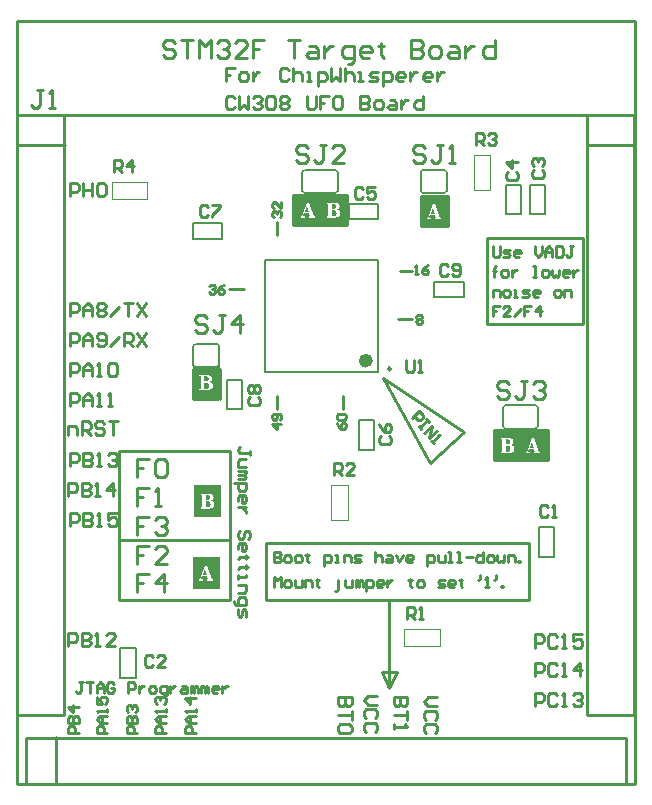
<source format=gto>
G04 Layer_Color=65535*
%FSLAX25Y25*%
%MOIN*%
G70*
G01*
G75*
%ADD17C,0.01000*%
%ADD27C,0.00787*%
%ADD28C,0.02362*%
%ADD29C,0.00984*%
%ADD30C,0.00394*%
G36*
X334000Y238500D02*
X325000D01*
Y249300D01*
X334000D01*
Y238500D01*
D02*
G37*
G36*
X376500Y296000D02*
X359000D01*
Y306800D01*
X376500D01*
Y296000D01*
D02*
G37*
G36*
X443000Y217500D02*
X425500D01*
Y228300D01*
X443000D01*
Y217500D01*
D02*
G37*
G36*
X334500Y199000D02*
X325500D01*
Y209800D01*
X334500D01*
Y199000D01*
D02*
G37*
G36*
X410000Y295500D02*
X401000D01*
Y306300D01*
X410000D01*
Y295500D01*
D02*
G37*
G36*
X334000Y175000D02*
X325000D01*
Y185800D01*
X334000D01*
Y175000D01*
D02*
G37*
%LPC*%
G36*
X329925Y246379D02*
X327224D01*
Y245976D01*
X327794D01*
Y241821D01*
X327224D01*
Y241421D01*
X329703D01*
X329900Y241425D01*
X330081Y241436D01*
X330247Y241454D01*
X330403Y241476D01*
X330543Y241502D01*
X330673Y241532D01*
X330788Y241562D01*
X330891Y241595D01*
X330984Y241628D01*
X331061Y241658D01*
X331128Y241687D01*
X331180Y241713D01*
X331224Y241736D01*
X331254Y241754D01*
X331269Y241765D01*
X331276Y241769D01*
X331365Y241839D01*
X331442Y241917D01*
X331509Y241998D01*
X331565Y242083D01*
X331613Y242176D01*
X331653Y242265D01*
X331687Y242353D01*
X331713Y242442D01*
X331735Y242524D01*
X331750Y242601D01*
X331761Y242672D01*
X331768Y242731D01*
X331772Y242783D01*
X331775Y242820D01*
Y242834D01*
Y242846D01*
Y242849D01*
Y242853D01*
X331772Y242953D01*
X331761Y243049D01*
X331742Y243138D01*
X331720Y243219D01*
X331694Y243297D01*
X331661Y243371D01*
X331631Y243434D01*
X331598Y243497D01*
X331561Y243548D01*
X331531Y243593D01*
X331502Y243634D01*
X331472Y243667D01*
X331450Y243693D01*
X331431Y243711D01*
X331420Y243722D01*
X331417Y243726D01*
X331346Y243785D01*
X331269Y243837D01*
X331187Y243885D01*
X331106Y243926D01*
X331021Y243967D01*
X330932Y243996D01*
X330851Y244026D01*
X330769Y244048D01*
X330691Y244070D01*
X330617Y244085D01*
X330555Y244100D01*
X330499Y244111D01*
X330451Y244118D01*
X330418Y244122D01*
X330395Y244126D01*
X330388D01*
X330488Y244141D01*
X330584Y244159D01*
X330673Y244181D01*
X330754Y244203D01*
X330828Y244229D01*
X330895Y244259D01*
X330958Y244285D01*
X331013Y244314D01*
X331065Y244340D01*
X331106Y244366D01*
X331143Y244388D01*
X331172Y244411D01*
X331195Y244425D01*
X331209Y244440D01*
X331221Y244448D01*
X331224Y244451D01*
X331272Y244503D01*
X331317Y244555D01*
X331354Y244614D01*
X331387Y244670D01*
X331413Y244729D01*
X331435Y244788D01*
X331457Y244844D01*
X331472Y244899D01*
X331483Y244951D01*
X331491Y244999D01*
X331498Y245043D01*
X331502Y245080D01*
X331505Y245110D01*
Y245136D01*
Y245151D01*
Y245154D01*
X331502Y245265D01*
X331487Y245369D01*
X331468Y245469D01*
X331442Y245558D01*
X331409Y245639D01*
X331376Y245713D01*
X331339Y245783D01*
X331302Y245843D01*
X331261Y245898D01*
X331224Y245942D01*
X331191Y245983D01*
X331158Y246016D01*
X331132Y246039D01*
X331113Y246057D01*
X331098Y246068D01*
X331095Y246072D01*
X331013Y246127D01*
X330925Y246172D01*
X330832Y246216D01*
X330732Y246250D01*
X330632Y246279D01*
X330529Y246305D01*
X330429Y246323D01*
X330329Y246342D01*
X330236Y246353D01*
X330151Y246364D01*
X330073Y246368D01*
X330003Y246375D01*
X329948D01*
X329925Y246379D01*
D02*
G37*
%LPD*%
G36*
X329437Y245972D02*
X329526Y245968D01*
X329607Y245957D01*
X329681Y245946D01*
X329752Y245931D01*
X329815Y245913D01*
X329870Y245894D01*
X329922Y245880D01*
X329966Y245861D01*
X330003Y245843D01*
X330036Y245824D01*
X330062Y245809D01*
X330081Y245798D01*
X330096Y245787D01*
X330103Y245783D01*
X330107Y245780D01*
X330151Y245743D01*
X330188Y245698D01*
X330222Y245650D01*
X330247Y245602D01*
X330273Y245550D01*
X330292Y245498D01*
X330321Y245395D01*
X330332Y245347D01*
X330340Y245302D01*
X330344Y245262D01*
X330347Y245225D01*
X330351Y245195D01*
Y245173D01*
Y245158D01*
Y245154D01*
X330347Y245077D01*
X330340Y245003D01*
X330329Y244936D01*
X330314Y244873D01*
X330292Y244818D01*
X330273Y244766D01*
X330251Y244718D01*
X330229Y244677D01*
X330203Y244640D01*
X330181Y244607D01*
X330162Y244581D01*
X330144Y244559D01*
X330125Y244540D01*
X330114Y244529D01*
X330107Y244522D01*
X330103Y244518D01*
X330055Y244481D01*
X329999Y244451D01*
X329940Y244422D01*
X329881Y244399D01*
X329752Y244362D01*
X329629Y244337D01*
X329570Y244329D01*
X329519Y244322D01*
X329467Y244318D01*
X329426Y244314D01*
X329389Y244311D01*
X328949D01*
Y245976D01*
X329341D01*
X329437Y245972D01*
D02*
G37*
G36*
X329482Y243907D02*
X329574Y243900D01*
X329663Y243885D01*
X329748Y243870D01*
X329822Y243852D01*
X329892Y243830D01*
X329951Y243804D01*
X330011Y243782D01*
X330059Y243756D01*
X330099Y243730D01*
X330136Y243708D01*
X330166Y243689D01*
X330188Y243674D01*
X330207Y243659D01*
X330214Y243652D01*
X330218Y243648D01*
X330266Y243597D01*
X330310Y243537D01*
X330347Y243478D01*
X330377Y243412D01*
X330406Y243349D01*
X330429Y243282D01*
X330447Y243215D01*
X330462Y243153D01*
X330473Y243093D01*
X330481Y243034D01*
X330488Y242986D01*
X330492Y242942D01*
X330495Y242905D01*
Y242875D01*
Y242860D01*
Y242853D01*
X330492Y242757D01*
X330484Y242668D01*
X330469Y242586D01*
X330451Y242509D01*
X330432Y242439D01*
X330406Y242376D01*
X330384Y242316D01*
X330358Y242265D01*
X330332Y242220D01*
X330307Y242179D01*
X330281Y242146D01*
X330262Y242120D01*
X330244Y242098D01*
X330229Y242083D01*
X330222Y242076D01*
X330218Y242072D01*
X330162Y242028D01*
X330103Y241991D01*
X330040Y241957D01*
X329970Y241928D01*
X329903Y241902D01*
X329833Y241883D01*
X329696Y241854D01*
X329629Y241843D01*
X329570Y241835D01*
X329519Y241828D01*
X329470Y241824D01*
X329433Y241821D01*
X328949D01*
Y243911D01*
X329378D01*
X329482Y243907D01*
D02*
G37*
%LPC*%
G36*
X363826Y303879D02*
X363111D01*
X361432Y299321D01*
X361073D01*
Y298921D01*
X362394D01*
Y299321D01*
X361861D01*
X362238Y300334D01*
X363911D01*
X364281Y299321D01*
X363848D01*
Y298921D01*
X365935D01*
Y299321D01*
X365509D01*
X363826Y303879D01*
D02*
G37*
G36*
X372426D02*
X369724D01*
Y303476D01*
X370294D01*
Y299321D01*
X369724D01*
Y298921D01*
X372203D01*
X372400Y298925D01*
X372581Y298936D01*
X372747Y298954D01*
X372903Y298976D01*
X373043Y299002D01*
X373173Y299032D01*
X373288Y299062D01*
X373391Y299095D01*
X373484Y299128D01*
X373561Y299158D01*
X373628Y299187D01*
X373680Y299213D01*
X373724Y299236D01*
X373754Y299254D01*
X373769Y299265D01*
X373776Y299269D01*
X373865Y299339D01*
X373942Y299417D01*
X374009Y299498D01*
X374065Y299583D01*
X374113Y299676D01*
X374153Y299765D01*
X374187Y299853D01*
X374213Y299942D01*
X374235Y300024D01*
X374250Y300101D01*
X374261Y300172D01*
X374268Y300231D01*
X374272Y300283D01*
X374275Y300320D01*
Y300334D01*
Y300345D01*
Y300349D01*
Y300353D01*
X374272Y300453D01*
X374261Y300549D01*
X374242Y300638D01*
X374220Y300719D01*
X374194Y300797D01*
X374161Y300871D01*
X374131Y300934D01*
X374098Y300997D01*
X374061Y301048D01*
X374031Y301093D01*
X374002Y301134D01*
X373972Y301167D01*
X373950Y301193D01*
X373931Y301211D01*
X373920Y301222D01*
X373917Y301226D01*
X373846Y301285D01*
X373769Y301337D01*
X373687Y301385D01*
X373606Y301426D01*
X373521Y301467D01*
X373432Y301496D01*
X373351Y301526D01*
X373269Y301548D01*
X373191Y301570D01*
X373117Y301585D01*
X373055Y301600D01*
X372999Y301611D01*
X372951Y301618D01*
X372918Y301622D01*
X372895Y301626D01*
X372888D01*
X372988Y301641D01*
X373084Y301659D01*
X373173Y301681D01*
X373254Y301703D01*
X373328Y301729D01*
X373395Y301759D01*
X373458Y301785D01*
X373513Y301814D01*
X373565Y301840D01*
X373606Y301866D01*
X373643Y301888D01*
X373672Y301911D01*
X373695Y301925D01*
X373709Y301940D01*
X373721Y301948D01*
X373724Y301951D01*
X373772Y302003D01*
X373817Y302055D01*
X373854Y302114D01*
X373887Y302170D01*
X373913Y302229D01*
X373935Y302288D01*
X373957Y302344D01*
X373972Y302399D01*
X373983Y302451D01*
X373991Y302499D01*
X373998Y302543D01*
X374002Y302580D01*
X374005Y302610D01*
Y302636D01*
Y302651D01*
Y302654D01*
X374002Y302765D01*
X373987Y302869D01*
X373968Y302969D01*
X373942Y303058D01*
X373909Y303139D01*
X373876Y303213D01*
X373839Y303283D01*
X373802Y303343D01*
X373761Y303398D01*
X373724Y303442D01*
X373691Y303483D01*
X373658Y303516D01*
X373632Y303539D01*
X373613Y303557D01*
X373598Y303568D01*
X373595Y303572D01*
X373513Y303627D01*
X373425Y303672D01*
X373332Y303716D01*
X373232Y303749D01*
X373132Y303779D01*
X373029Y303805D01*
X372929Y303823D01*
X372829Y303842D01*
X372736Y303853D01*
X372651Y303864D01*
X372573Y303868D01*
X372503Y303875D01*
X372448D01*
X372426Y303879D01*
D02*
G37*
%LPD*%
G36*
X363766Y300738D02*
X362383D01*
X363078Y302632D01*
X363766Y300738D01*
D02*
G37*
G36*
X371982Y301407D02*
X372074Y301400D01*
X372163Y301385D01*
X372248Y301370D01*
X372322Y301352D01*
X372392Y301330D01*
X372451Y301304D01*
X372511Y301282D01*
X372559Y301256D01*
X372599Y301230D01*
X372636Y301208D01*
X372666Y301189D01*
X372688Y301174D01*
X372707Y301160D01*
X372714Y301152D01*
X372718Y301148D01*
X372766Y301097D01*
X372810Y301037D01*
X372847Y300978D01*
X372877Y300912D01*
X372906Y300849D01*
X372929Y300782D01*
X372947Y300715D01*
X372962Y300653D01*
X372973Y300593D01*
X372980Y300534D01*
X372988Y300486D01*
X372992Y300442D01*
X372995Y300405D01*
Y300375D01*
Y300360D01*
Y300353D01*
X372992Y300257D01*
X372984Y300168D01*
X372969Y300086D01*
X372951Y300009D01*
X372932Y299939D01*
X372906Y299876D01*
X372884Y299816D01*
X372858Y299765D01*
X372832Y299720D01*
X372807Y299679D01*
X372781Y299646D01*
X372762Y299620D01*
X372744Y299598D01*
X372729Y299583D01*
X372722Y299576D01*
X372718Y299572D01*
X372662Y299528D01*
X372603Y299491D01*
X372540Y299458D01*
X372470Y299428D01*
X372403Y299402D01*
X372333Y299383D01*
X372196Y299354D01*
X372130Y299343D01*
X372070Y299335D01*
X372019Y299328D01*
X371970Y299324D01*
X371933Y299321D01*
X371449D01*
Y301411D01*
X371878D01*
X371982Y301407D01*
D02*
G37*
G36*
X371937Y303472D02*
X372026Y303468D01*
X372107Y303457D01*
X372181Y303446D01*
X372252Y303431D01*
X372315Y303413D01*
X372370Y303394D01*
X372422Y303380D01*
X372466Y303361D01*
X372503Y303343D01*
X372536Y303324D01*
X372562Y303309D01*
X372581Y303298D01*
X372596Y303287D01*
X372603Y303283D01*
X372607Y303280D01*
X372651Y303243D01*
X372688Y303198D01*
X372722Y303150D01*
X372747Y303102D01*
X372773Y303050D01*
X372792Y302998D01*
X372821Y302895D01*
X372832Y302847D01*
X372840Y302802D01*
X372844Y302762D01*
X372847Y302725D01*
X372851Y302695D01*
Y302673D01*
Y302658D01*
Y302654D01*
X372847Y302577D01*
X372840Y302503D01*
X372829Y302436D01*
X372814Y302373D01*
X372792Y302318D01*
X372773Y302266D01*
X372751Y302218D01*
X372729Y302177D01*
X372703Y302140D01*
X372681Y302107D01*
X372662Y302081D01*
X372644Y302059D01*
X372625Y302040D01*
X372614Y302029D01*
X372607Y302022D01*
X372603Y302018D01*
X372555Y301981D01*
X372499Y301951D01*
X372440Y301922D01*
X372381Y301900D01*
X372252Y301863D01*
X372130Y301837D01*
X372070Y301829D01*
X372019Y301822D01*
X371967Y301818D01*
X371926Y301814D01*
X371889Y301811D01*
X371449D01*
Y303476D01*
X371841D01*
X371937Y303472D01*
D02*
G37*
%LPC*%
G36*
X438826Y225379D02*
X438111D01*
X436432Y220821D01*
X436073D01*
Y220421D01*
X437394D01*
Y220821D01*
X436861D01*
X437238Y221834D01*
X438911D01*
X439281Y220821D01*
X438848D01*
Y220421D01*
X440935D01*
Y220821D01*
X440509D01*
X438826Y225379D01*
D02*
G37*
G36*
X430426D02*
X427725D01*
Y224976D01*
X428294D01*
Y220821D01*
X427725D01*
Y220421D01*
X430203D01*
X430400Y220425D01*
X430581Y220436D01*
X430747Y220454D01*
X430903Y220477D01*
X431043Y220502D01*
X431173Y220532D01*
X431288Y220562D01*
X431391Y220595D01*
X431484Y220628D01*
X431561Y220658D01*
X431628Y220687D01*
X431680Y220713D01*
X431724Y220736D01*
X431754Y220754D01*
X431769Y220765D01*
X431776Y220769D01*
X431865Y220839D01*
X431943Y220917D01*
X432009Y220998D01*
X432065Y221083D01*
X432113Y221176D01*
X432153Y221265D01*
X432187Y221353D01*
X432213Y221442D01*
X432235Y221524D01*
X432250Y221601D01*
X432261Y221672D01*
X432268Y221731D01*
X432272Y221783D01*
X432275Y221820D01*
Y221834D01*
Y221846D01*
Y221849D01*
Y221853D01*
X432272Y221953D01*
X432261Y222049D01*
X432242Y222138D01*
X432220Y222219D01*
X432194Y222297D01*
X432161Y222371D01*
X432131Y222434D01*
X432098Y222497D01*
X432061Y222549D01*
X432031Y222593D01*
X432002Y222634D01*
X431972Y222667D01*
X431950Y222693D01*
X431931Y222711D01*
X431920Y222722D01*
X431917Y222726D01*
X431846Y222785D01*
X431769Y222837D01*
X431687Y222885D01*
X431606Y222926D01*
X431521Y222967D01*
X431432Y222996D01*
X431351Y223026D01*
X431269Y223048D01*
X431191Y223070D01*
X431117Y223085D01*
X431054Y223100D01*
X430999Y223111D01*
X430951Y223118D01*
X430918Y223122D01*
X430895Y223126D01*
X430888D01*
X430988Y223141D01*
X431084Y223159D01*
X431173Y223181D01*
X431254Y223203D01*
X431328Y223229D01*
X431395Y223259D01*
X431458Y223285D01*
X431513Y223314D01*
X431565Y223340D01*
X431606Y223366D01*
X431643Y223388D01*
X431672Y223411D01*
X431695Y223425D01*
X431709Y223440D01*
X431720Y223448D01*
X431724Y223451D01*
X431772Y223503D01*
X431817Y223555D01*
X431854Y223614D01*
X431887Y223670D01*
X431913Y223729D01*
X431935Y223788D01*
X431957Y223844D01*
X431972Y223899D01*
X431983Y223951D01*
X431991Y223999D01*
X431998Y224043D01*
X432002Y224080D01*
X432005Y224110D01*
Y224136D01*
Y224151D01*
Y224154D01*
X432002Y224265D01*
X431987Y224369D01*
X431968Y224469D01*
X431943Y224558D01*
X431909Y224639D01*
X431876Y224713D01*
X431839Y224783D01*
X431802Y224843D01*
X431761Y224898D01*
X431724Y224942D01*
X431691Y224983D01*
X431658Y225016D01*
X431632Y225039D01*
X431613Y225057D01*
X431598Y225068D01*
X431595Y225072D01*
X431513Y225127D01*
X431425Y225172D01*
X431332Y225216D01*
X431232Y225250D01*
X431132Y225279D01*
X431029Y225305D01*
X430929Y225324D01*
X430829Y225342D01*
X430736Y225353D01*
X430651Y225364D01*
X430574Y225368D01*
X430503Y225375D01*
X430448D01*
X430426Y225379D01*
D02*
G37*
%LPD*%
G36*
X438766Y222238D02*
X437383D01*
X438078Y224132D01*
X438766Y222238D01*
D02*
G37*
G36*
X429982Y222907D02*
X430074Y222900D01*
X430163Y222885D01*
X430248Y222870D01*
X430322Y222852D01*
X430392Y222830D01*
X430451Y222804D01*
X430511Y222782D01*
X430559Y222756D01*
X430599Y222730D01*
X430636Y222708D01*
X430666Y222689D01*
X430688Y222674D01*
X430707Y222659D01*
X430714Y222652D01*
X430718Y222648D01*
X430766Y222597D01*
X430810Y222537D01*
X430847Y222478D01*
X430877Y222412D01*
X430906Y222349D01*
X430929Y222282D01*
X430947Y222216D01*
X430962Y222153D01*
X430973Y222093D01*
X430980Y222034D01*
X430988Y221986D01*
X430992Y221942D01*
X430995Y221905D01*
Y221875D01*
Y221860D01*
Y221853D01*
X430992Y221757D01*
X430984Y221668D01*
X430969Y221586D01*
X430951Y221509D01*
X430932Y221439D01*
X430906Y221376D01*
X430884Y221316D01*
X430858Y221265D01*
X430832Y221220D01*
X430807Y221180D01*
X430781Y221146D01*
X430762Y221120D01*
X430744Y221098D01*
X430729Y221083D01*
X430722Y221076D01*
X430718Y221072D01*
X430662Y221028D01*
X430603Y220991D01*
X430540Y220957D01*
X430470Y220928D01*
X430403Y220902D01*
X430333Y220883D01*
X430196Y220854D01*
X430129Y220843D01*
X430070Y220835D01*
X430019Y220828D01*
X429970Y220824D01*
X429933Y220821D01*
X429449D01*
Y222911D01*
X429878D01*
X429982Y222907D01*
D02*
G37*
G36*
X429937Y224972D02*
X430026Y224968D01*
X430107Y224957D01*
X430181Y224946D01*
X430252Y224931D01*
X430314Y224913D01*
X430370Y224894D01*
X430422Y224880D01*
X430466Y224861D01*
X430503Y224843D01*
X430537Y224824D01*
X430562Y224809D01*
X430581Y224798D01*
X430596Y224787D01*
X430603Y224783D01*
X430607Y224780D01*
X430651Y224743D01*
X430688Y224698D01*
X430722Y224650D01*
X430747Y224602D01*
X430773Y224550D01*
X430792Y224498D01*
X430821Y224395D01*
X430832Y224347D01*
X430840Y224302D01*
X430844Y224262D01*
X430847Y224225D01*
X430851Y224195D01*
Y224173D01*
Y224158D01*
Y224154D01*
X430847Y224077D01*
X430840Y224003D01*
X430829Y223936D01*
X430814Y223873D01*
X430792Y223818D01*
X430773Y223766D01*
X430751Y223718D01*
X430729Y223677D01*
X430703Y223640D01*
X430681Y223607D01*
X430662Y223581D01*
X430644Y223559D01*
X430625Y223540D01*
X430614Y223529D01*
X430607Y223522D01*
X430603Y223518D01*
X430555Y223481D01*
X430500Y223451D01*
X430440Y223422D01*
X430381Y223399D01*
X430252Y223362D01*
X430129Y223337D01*
X430070Y223329D01*
X430019Y223322D01*
X429967Y223318D01*
X429926Y223314D01*
X429889Y223311D01*
X429449D01*
Y224976D01*
X429841D01*
X429937Y224972D01*
D02*
G37*
%LPC*%
G36*
X330426Y206879D02*
X327725D01*
Y206476D01*
X328294D01*
Y202321D01*
X327725D01*
Y201921D01*
X330204D01*
X330400Y201925D01*
X330581Y201936D01*
X330747Y201954D01*
X330903Y201976D01*
X331043Y202002D01*
X331173Y202032D01*
X331288Y202062D01*
X331391Y202095D01*
X331484Y202128D01*
X331561Y202158D01*
X331628Y202187D01*
X331680Y202213D01*
X331724Y202236D01*
X331754Y202254D01*
X331769Y202265D01*
X331776Y202269D01*
X331865Y202339D01*
X331943Y202417D01*
X332009Y202498D01*
X332065Y202583D01*
X332113Y202676D01*
X332153Y202765D01*
X332187Y202853D01*
X332213Y202942D01*
X332235Y203024D01*
X332250Y203101D01*
X332261Y203172D01*
X332268Y203231D01*
X332272Y203283D01*
X332276Y203320D01*
Y203334D01*
Y203345D01*
Y203349D01*
Y203353D01*
X332272Y203453D01*
X332261Y203549D01*
X332242Y203638D01*
X332220Y203719D01*
X332194Y203797D01*
X332161Y203871D01*
X332131Y203934D01*
X332098Y203997D01*
X332061Y204048D01*
X332031Y204093D01*
X332002Y204134D01*
X331972Y204167D01*
X331950Y204193D01*
X331931Y204211D01*
X331920Y204222D01*
X331917Y204226D01*
X331846Y204285D01*
X331769Y204337D01*
X331687Y204385D01*
X331606Y204426D01*
X331521Y204467D01*
X331432Y204496D01*
X331350Y204526D01*
X331269Y204548D01*
X331191Y204570D01*
X331117Y204585D01*
X331054Y204600D01*
X330999Y204611D01*
X330951Y204618D01*
X330918Y204622D01*
X330895Y204626D01*
X330888D01*
X330988Y204641D01*
X331084Y204659D01*
X331173Y204681D01*
X331254Y204703D01*
X331328Y204729D01*
X331395Y204759D01*
X331458Y204785D01*
X331513Y204814D01*
X331565Y204840D01*
X331606Y204866D01*
X331643Y204888D01*
X331672Y204911D01*
X331695Y204925D01*
X331709Y204940D01*
X331720Y204948D01*
X331724Y204951D01*
X331772Y205003D01*
X331817Y205055D01*
X331854Y205114D01*
X331887Y205170D01*
X331913Y205229D01*
X331935Y205288D01*
X331957Y205344D01*
X331972Y205399D01*
X331983Y205451D01*
X331991Y205499D01*
X331998Y205543D01*
X332002Y205580D01*
X332005Y205610D01*
Y205636D01*
Y205651D01*
Y205654D01*
X332002Y205765D01*
X331987Y205869D01*
X331968Y205969D01*
X331943Y206058D01*
X331909Y206139D01*
X331876Y206213D01*
X331839Y206283D01*
X331802Y206343D01*
X331761Y206398D01*
X331724Y206442D01*
X331691Y206483D01*
X331658Y206516D01*
X331632Y206539D01*
X331613Y206557D01*
X331598Y206568D01*
X331595Y206572D01*
X331513Y206627D01*
X331424Y206672D01*
X331332Y206716D01*
X331232Y206750D01*
X331132Y206779D01*
X331029Y206805D01*
X330929Y206823D01*
X330829Y206842D01*
X330736Y206853D01*
X330651Y206864D01*
X330574Y206868D01*
X330503Y206875D01*
X330448D01*
X330426Y206879D01*
D02*
G37*
%LPD*%
G36*
X329937Y206472D02*
X330026Y206468D01*
X330107Y206457D01*
X330181Y206446D01*
X330252Y206431D01*
X330314Y206413D01*
X330370Y206394D01*
X330422Y206380D01*
X330466Y206361D01*
X330503Y206343D01*
X330537Y206324D01*
X330562Y206309D01*
X330581Y206298D01*
X330596Y206287D01*
X330603Y206283D01*
X330607Y206280D01*
X330651Y206243D01*
X330688Y206198D01*
X330721Y206150D01*
X330747Y206102D01*
X330773Y206050D01*
X330792Y205998D01*
X330821Y205895D01*
X330833Y205847D01*
X330840Y205802D01*
X330844Y205762D01*
X330847Y205725D01*
X330851Y205695D01*
Y205673D01*
Y205658D01*
Y205654D01*
X330847Y205577D01*
X330840Y205503D01*
X330829Y205436D01*
X330814Y205373D01*
X330792Y205318D01*
X330773Y205266D01*
X330751Y205218D01*
X330729Y205177D01*
X330703Y205140D01*
X330681Y205107D01*
X330662Y205081D01*
X330644Y205059D01*
X330625Y205040D01*
X330614Y205029D01*
X330607Y205022D01*
X330603Y205018D01*
X330555Y204981D01*
X330500Y204951D01*
X330440Y204922D01*
X330381Y204900D01*
X330252Y204862D01*
X330130Y204837D01*
X330070Y204829D01*
X330018Y204822D01*
X329967Y204818D01*
X329926Y204814D01*
X329889Y204811D01*
X329449D01*
Y206476D01*
X329841D01*
X329937Y206472D01*
D02*
G37*
G36*
X329981Y204407D02*
X330074Y204400D01*
X330163Y204385D01*
X330248Y204370D01*
X330322Y204352D01*
X330392Y204330D01*
X330451Y204304D01*
X330511Y204282D01*
X330559Y204256D01*
X330599Y204230D01*
X330636Y204208D01*
X330666Y204189D01*
X330688Y204174D01*
X330707Y204159D01*
X330714Y204152D01*
X330718Y204148D01*
X330766Y204097D01*
X330810Y204037D01*
X330847Y203978D01*
X330877Y203912D01*
X330907Y203849D01*
X330929Y203782D01*
X330947Y203715D01*
X330962Y203653D01*
X330973Y203593D01*
X330980Y203534D01*
X330988Y203486D01*
X330992Y203442D01*
X330995Y203405D01*
Y203375D01*
Y203360D01*
Y203353D01*
X330992Y203257D01*
X330984Y203168D01*
X330969Y203086D01*
X330951Y203009D01*
X330932Y202939D01*
X330907Y202876D01*
X330884Y202816D01*
X330858Y202765D01*
X330833Y202720D01*
X330807Y202679D01*
X330781Y202646D01*
X330762Y202620D01*
X330744Y202598D01*
X330729Y202583D01*
X330721Y202576D01*
X330718Y202572D01*
X330662Y202528D01*
X330603Y202491D01*
X330540Y202457D01*
X330470Y202428D01*
X330403Y202402D01*
X330333Y202383D01*
X330196Y202354D01*
X330130Y202343D01*
X330070Y202335D01*
X330018Y202328D01*
X329970Y202324D01*
X329933Y202321D01*
X329449D01*
Y204411D01*
X329878D01*
X329981Y204407D01*
D02*
G37*
%LPC*%
G36*
X405826Y303379D02*
X405112D01*
X403432Y298821D01*
X403073D01*
Y298421D01*
X404394D01*
Y298821D01*
X403861D01*
X404238Y299834D01*
X405911D01*
X406281Y298821D01*
X405848D01*
Y298421D01*
X407935D01*
Y298821D01*
X407509D01*
X405826Y303379D01*
D02*
G37*
%LPD*%
G36*
X405766Y300238D02*
X404383D01*
X405078Y302132D01*
X405766Y300238D01*
D02*
G37*
%LPC*%
G36*
X329826Y182879D02*
X329112D01*
X327432Y178321D01*
X327073D01*
Y177921D01*
X328394D01*
Y178321D01*
X327861D01*
X328238Y179334D01*
X329911D01*
X330281Y178321D01*
X329848D01*
Y177921D01*
X331935D01*
Y178321D01*
X331509D01*
X329826Y182879D01*
D02*
G37*
%LPD*%
G36*
X329766Y179738D02*
X328383D01*
X329078Y181632D01*
X329766Y179738D01*
D02*
G37*
D17*
X375000Y235000D02*
Y239500D01*
X393500Y265000D02*
X398000D01*
X337000Y275000D02*
X342000D01*
X353000Y235000D02*
Y239500D01*
Y293000D02*
Y297500D01*
X394000Y281000D02*
X398000D01*
X388500Y245500D02*
X404000Y217000D01*
X415500Y227500D01*
X388500Y245500D02*
X415500Y227500D01*
X390500Y142000D02*
X393000Y147500D01*
X388000D02*
X390500Y142000D01*
X388000Y147500D02*
X393000D01*
X390500Y142000D02*
Y171000D01*
X390000D02*
X390500D01*
X349500Y171500D02*
Y190500D01*
Y171500D02*
X437000D01*
Y190500D01*
X349500D02*
X437000D01*
X423000Y263500D02*
Y292000D01*
Y263500D02*
X455000D01*
Y292000D01*
X423000D02*
X455000D01*
X282000Y333000D02*
X456626D01*
X300500Y191500D02*
X337500D01*
X300500Y171500D02*
Y221000D01*
Y171500D02*
X337500D01*
Y221000D01*
X300500D02*
X337500D01*
X325000Y238500D02*
Y248500D01*
X334000Y238500D02*
Y248500D01*
X325000D02*
X334000D01*
X325000Y238500D02*
X333500D01*
X401000Y296000D02*
X409500D01*
X401000Y306000D02*
X410000D01*
Y296000D02*
Y306000D01*
X401000Y296000D02*
Y306000D01*
X358500Y306500D02*
X376500D01*
Y296500D02*
Y306500D01*
X358500Y296500D02*
X376500D01*
X358500D02*
Y306500D01*
X367500Y296500D02*
Y306500D01*
X434500Y218000D02*
Y228000D01*
X425500Y218000D02*
Y228000D01*
Y218000D02*
X443500D01*
Y228000D01*
X425500D02*
X443500D01*
X472000Y133000D02*
Y333000D01*
X266626Y323000D02*
X282374D01*
X266626Y333000D02*
X282000D01*
Y133000D02*
Y333000D01*
X266626Y133000D02*
X282000D01*
X266626D02*
Y333000D01*
X279500Y110126D02*
Y125874D01*
X269500Y110126D02*
Y125500D01*
X469500D01*
Y110126D02*
Y125500D01*
X269500Y110126D02*
X469500D01*
X456626Y323000D02*
X472374D01*
X456626Y333000D02*
X472000D01*
X456626Y133000D02*
X472000D01*
X456626D02*
Y333000D01*
X310499Y218389D02*
X306500D01*
Y215390D01*
X308499D01*
X306500D01*
Y212391D01*
X312498Y217389D02*
X313498Y218389D01*
X315497D01*
X316497Y217389D01*
Y213390D01*
X315497Y212391D01*
X313498D01*
X312498Y213390D01*
Y217389D01*
X310499Y208791D02*
X306500D01*
Y205792D01*
X308499D01*
X306500D01*
Y202793D01*
X312498D02*
X314497D01*
X313498D01*
Y208791D01*
X312498Y207791D01*
X310499Y199193D02*
X306500D01*
Y196194D01*
X308499D01*
X306500D01*
Y193195D01*
X312498Y198194D02*
X313498Y199193D01*
X315497D01*
X316497Y198194D01*
Y197194D01*
X315497Y196194D01*
X314497D01*
X315497D01*
X316497Y195195D01*
Y194195D01*
X315497Y193195D01*
X313498D01*
X312498Y194195D01*
X310499Y189596D02*
X306500D01*
Y186597D01*
X308499D01*
X306500D01*
Y183598D01*
X316497D02*
X312498D01*
X316497Y187596D01*
Y188596D01*
X315497Y189596D01*
X313498D01*
X312498Y188596D01*
X310499Y179998D02*
X306500D01*
Y176999D01*
X308499D01*
X306500D01*
Y174000D01*
X315497D02*
Y179998D01*
X312498Y176999D01*
X316497D01*
X338999Y348796D02*
X336000D01*
Y346547D01*
X337499D01*
X336000D01*
Y344298D01*
X341248D02*
X342748D01*
X343498Y345047D01*
Y346547D01*
X342748Y347297D01*
X341248D01*
X340498Y346547D01*
Y345047D01*
X341248Y344298D01*
X344997Y347297D02*
Y344298D01*
Y345797D01*
X345747Y346547D01*
X346497Y347297D01*
X347246D01*
X356993Y348047D02*
X356243Y348796D01*
X354744D01*
X353994Y348047D01*
Y345047D01*
X354744Y344298D01*
X356243D01*
X356993Y345047D01*
X358493Y348796D02*
Y344298D01*
Y346547D01*
X359243Y347297D01*
X360742D01*
X361492Y346547D01*
Y344298D01*
X362991D02*
X364491D01*
X363741D01*
Y347297D01*
X362991D01*
X366740Y342798D02*
Y347297D01*
X368989D01*
X369739Y346547D01*
Y345047D01*
X368989Y344298D01*
X366740D01*
X371239Y348796D02*
Y344298D01*
X372738Y345797D01*
X374238Y344298D01*
Y348796D01*
X375737D02*
Y344298D01*
Y346547D01*
X376487Y347297D01*
X377987D01*
X378736Y346547D01*
Y344298D01*
X380236D02*
X381735D01*
X380985D01*
Y347297D01*
X380236D01*
X383984Y344298D02*
X386234D01*
X386984Y345047D01*
X386234Y345797D01*
X384734D01*
X383984Y346547D01*
X384734Y347297D01*
X386984D01*
X388483Y342798D02*
Y347297D01*
X390732D01*
X391482Y346547D01*
Y345047D01*
X390732Y344298D01*
X388483D01*
X395231D02*
X393731D01*
X392982Y345047D01*
Y346547D01*
X393731Y347297D01*
X395231D01*
X395981Y346547D01*
Y345797D01*
X392982D01*
X397480Y347297D02*
Y344298D01*
Y345797D01*
X398230Y346547D01*
X398980Y347297D01*
X399729D01*
X404228Y344298D02*
X402729D01*
X401979Y345047D01*
Y346547D01*
X402729Y347297D01*
X404228D01*
X404978Y346547D01*
Y345797D01*
X401979D01*
X406477Y347297D02*
Y344298D01*
Y345797D01*
X407227Y346547D01*
X407977Y347297D01*
X408727D01*
X338999Y338749D02*
X338249Y339498D01*
X336750D01*
X336000Y338749D01*
Y335750D01*
X336750Y335000D01*
X338249D01*
X338999Y335750D01*
X340498Y339498D02*
Y335000D01*
X341998Y336500D01*
X343498Y335000D01*
Y339498D01*
X344997Y338749D02*
X345747Y339498D01*
X347246D01*
X347996Y338749D01*
Y337999D01*
X347246Y337249D01*
X346497D01*
X347246D01*
X347996Y336500D01*
Y335750D01*
X347246Y335000D01*
X345747D01*
X344997Y335750D01*
X349496Y338749D02*
X350245Y339498D01*
X351745D01*
X352495Y338749D01*
Y335750D01*
X351745Y335000D01*
X350245D01*
X349496Y335750D01*
Y338749D01*
X353994D02*
X354744Y339498D01*
X356243D01*
X356993Y338749D01*
Y337999D01*
X356243Y337249D01*
X356993Y336500D01*
Y335750D01*
X356243Y335000D01*
X354744D01*
X353994Y335750D01*
Y336500D01*
X354744Y337249D01*
X353994Y337999D01*
Y338749D01*
X354744Y337249D02*
X356243D01*
X362991Y339498D02*
Y335750D01*
X363741Y335000D01*
X365241D01*
X365990Y335750D01*
Y339498D01*
X370489D02*
X367490D01*
Y337249D01*
X368989D01*
X367490D01*
Y335000D01*
X374238Y339498D02*
X372738D01*
X371988Y338749D01*
Y335750D01*
X372738Y335000D01*
X374238D01*
X374987Y335750D01*
Y338749D01*
X374238Y339498D01*
X380985D02*
Y335000D01*
X383235D01*
X383984Y335750D01*
Y336500D01*
X383235Y337249D01*
X380985D01*
X383235D01*
X383984Y337999D01*
Y338749D01*
X383235Y339498D01*
X380985D01*
X386234Y335000D02*
X387733D01*
X388483Y335750D01*
Y337249D01*
X387733Y337999D01*
X386234D01*
X385484Y337249D01*
Y335750D01*
X386234Y335000D01*
X390732Y337999D02*
X392232D01*
X392982Y337249D01*
Y335000D01*
X390732D01*
X389983Y335750D01*
X390732Y336500D01*
X392982D01*
X394481Y337999D02*
Y335000D01*
Y336500D01*
X395231Y337249D01*
X395981Y337999D01*
X396730D01*
X401979Y339498D02*
Y335000D01*
X399729D01*
X398980Y335750D01*
Y337249D01*
X399729Y337999D01*
X401979D01*
X425000Y289295D02*
Y286379D01*
X425583Y285796D01*
X426749D01*
X427333Y286379D01*
Y289295D01*
X428499Y285796D02*
X430248D01*
X430831Y286379D01*
X430248Y286962D01*
X429082D01*
X428499Y287545D01*
X429082Y288128D01*
X430831D01*
X433747Y285796D02*
X432581D01*
X431998Y286379D01*
Y287545D01*
X432581Y288128D01*
X433747D01*
X434330Y287545D01*
Y286962D01*
X431998D01*
X438996Y289295D02*
Y286962D01*
X440162Y285796D01*
X441328Y286962D01*
Y289295D01*
X442494Y285796D02*
Y288128D01*
X443661Y289295D01*
X444827Y288128D01*
Y285796D01*
Y287545D01*
X442494D01*
X445993Y289295D02*
Y285796D01*
X447743D01*
X448326Y286379D01*
Y288712D01*
X447743Y289295D01*
X445993D01*
X451825D02*
X450658D01*
X451241D01*
Y286379D01*
X450658Y285796D01*
X450075D01*
X449492Y286379D01*
X425583Y279197D02*
Y282113D01*
Y280947D01*
X425000D01*
X426166D01*
X425583D01*
Y282113D01*
X426166Y282696D01*
X428499Y279197D02*
X429665D01*
X430248Y279780D01*
Y280947D01*
X429665Y281530D01*
X428499D01*
X427916Y280947D01*
Y279780D01*
X428499Y279197D01*
X431415Y281530D02*
Y279197D01*
Y280364D01*
X431998Y280947D01*
X432581Y281530D01*
X433164D01*
X438412Y279197D02*
X439579D01*
X438996D01*
Y282696D01*
X438412D01*
X441911Y279197D02*
X443078D01*
X443661Y279780D01*
Y280947D01*
X443078Y281530D01*
X441911D01*
X441328Y280947D01*
Y279780D01*
X441911Y279197D01*
X444827Y281530D02*
Y279780D01*
X445410Y279197D01*
X445993Y279780D01*
X446576Y279197D01*
X447159Y279780D01*
Y281530D01*
X450075Y279197D02*
X448909D01*
X448326Y279780D01*
Y280947D01*
X448909Y281530D01*
X450075D01*
X450658Y280947D01*
Y280364D01*
X448326D01*
X451825Y281530D02*
Y279197D01*
Y280364D01*
X452408Y280947D01*
X452991Y281530D01*
X453574D01*
X425000Y272599D02*
Y274931D01*
X426749D01*
X427333Y274348D01*
Y272599D01*
X429082D02*
X430248D01*
X430831Y273182D01*
Y274348D01*
X430248Y274931D01*
X429082D01*
X428499Y274348D01*
Y273182D01*
X429082Y272599D01*
X431998D02*
X433164D01*
X432581D01*
Y274931D01*
X431998D01*
X434913Y272599D02*
X436663D01*
X437246Y273182D01*
X436663Y273765D01*
X435497D01*
X434913Y274348D01*
X435497Y274931D01*
X437246D01*
X440162Y272599D02*
X438996D01*
X438412Y273182D01*
Y274348D01*
X438996Y274931D01*
X440162D01*
X440745Y274348D01*
Y273765D01*
X438412D01*
X445993Y272599D02*
X447159D01*
X447743Y273182D01*
Y274348D01*
X447159Y274931D01*
X445993D01*
X445410Y274348D01*
Y273182D01*
X445993Y272599D01*
X448909D02*
Y274931D01*
X450658D01*
X451241Y274348D01*
Y272599D01*
X427333Y269499D02*
X425000D01*
Y267749D01*
X426166D01*
X425000D01*
Y266000D01*
X430831D02*
X428499D01*
X430831Y268333D01*
Y268916D01*
X430248Y269499D01*
X429082D01*
X428499Y268916D01*
X431998Y266000D02*
X434330Y268333D01*
X437829Y269499D02*
X435497D01*
Y267749D01*
X436663D01*
X435497D01*
Y266000D01*
X440745D02*
Y269499D01*
X438996Y267749D01*
X441328D01*
X352000Y187513D02*
Y184014D01*
X353749D01*
X354333Y184598D01*
Y185181D01*
X353749Y185764D01*
X352000D01*
X353749D01*
X354333Y186347D01*
Y186930D01*
X353749Y187513D01*
X352000D01*
X356082Y184014D02*
X357248D01*
X357831Y184598D01*
Y185764D01*
X357248Y186347D01*
X356082D01*
X355499Y185764D01*
Y184598D01*
X356082Y184014D01*
X359581D02*
X360747D01*
X361330Y184598D01*
Y185764D01*
X360747Y186347D01*
X359581D01*
X358998Y185764D01*
Y184598D01*
X359581Y184014D01*
X363080Y186930D02*
Y186347D01*
X362497D01*
X363663D01*
X363080D01*
Y184598D01*
X363663Y184014D01*
X368911Y182848D02*
Y186347D01*
X370661D01*
X371244Y185764D01*
Y184598D01*
X370661Y184014D01*
X368911D01*
X372410D02*
X373576D01*
X372993D01*
Y186347D01*
X372410D01*
X375326Y184014D02*
Y186347D01*
X377075D01*
X377658Y185764D01*
Y184014D01*
X378825D02*
X380574D01*
X381157Y184598D01*
X380574Y185181D01*
X379408D01*
X378825Y185764D01*
X379408Y186347D01*
X381157D01*
X385822Y187513D02*
Y184014D01*
Y185764D01*
X386405Y186347D01*
X387572D01*
X388155Y185764D01*
Y184014D01*
X389904Y186347D02*
X391071D01*
X391654Y185764D01*
Y184014D01*
X389904D01*
X389321Y184598D01*
X389904Y185181D01*
X391654D01*
X392820Y186347D02*
X393986Y184014D01*
X395153Y186347D01*
X398068Y184014D02*
X396902D01*
X396319Y184598D01*
Y185764D01*
X396902Y186347D01*
X398068D01*
X398652Y185764D01*
Y185181D01*
X396319D01*
X403317Y182848D02*
Y186347D01*
X405066D01*
X405649Y185764D01*
Y184598D01*
X405066Y184014D01*
X403317D01*
X406816Y186347D02*
Y184598D01*
X407399Y184014D01*
X409148D01*
Y186347D01*
X410315Y184014D02*
X411481D01*
X410898D01*
Y187513D01*
X410315D01*
X413230Y184014D02*
X414396D01*
X413813D01*
Y187513D01*
X413230D01*
X416146Y185764D02*
X418478D01*
X421977Y187513D02*
Y184014D01*
X420228D01*
X419645Y184598D01*
Y185764D01*
X420228Y186347D01*
X421977D01*
X423727Y184014D02*
X424893D01*
X425476Y184598D01*
Y185764D01*
X424893Y186347D01*
X423727D01*
X423144Y185764D01*
Y184598D01*
X423727Y184014D01*
X426643Y186347D02*
Y184598D01*
X427226Y184014D01*
X427809Y184598D01*
X428392Y184014D01*
X428975Y184598D01*
Y186347D01*
X430141Y184014D02*
Y186347D01*
X431891D01*
X432474Y185764D01*
Y184014D01*
X433640D02*
Y184598D01*
X434223D01*
Y184014D01*
X433640D01*
X352000Y175666D02*
Y179165D01*
X353166Y177999D01*
X354333Y179165D01*
Y175666D01*
X356082D02*
X357248D01*
X357831Y176249D01*
Y177416D01*
X357248Y177999D01*
X356082D01*
X355499Y177416D01*
Y176249D01*
X356082Y175666D01*
X358998Y177999D02*
Y176249D01*
X359581Y175666D01*
X361330D01*
Y177999D01*
X362497Y175666D02*
Y177999D01*
X364246D01*
X364829Y177416D01*
Y175666D01*
X366579Y178582D02*
Y177999D01*
X365996D01*
X367162D01*
X366579D01*
Y176249D01*
X367162Y175666D01*
X372410Y174500D02*
X372993D01*
X373576Y175083D01*
Y177999D01*
X375909D02*
Y176249D01*
X376492Y175666D01*
X378241D01*
Y177999D01*
X379408Y175666D02*
Y177999D01*
X379991D01*
X380574Y177416D01*
Y175666D01*
Y177416D01*
X381157Y177999D01*
X381740Y177416D01*
Y175666D01*
X382907Y174500D02*
Y177999D01*
X384656D01*
X385239Y177416D01*
Y176249D01*
X384656Y175666D01*
X382907D01*
X388155D02*
X386989D01*
X386405Y176249D01*
Y177416D01*
X386989Y177999D01*
X388155D01*
X388738Y177416D01*
Y176833D01*
X386405D01*
X389904Y177999D02*
Y175666D01*
Y176833D01*
X390488Y177416D01*
X391071Y177999D01*
X391654D01*
X397485Y178582D02*
Y177999D01*
X396902D01*
X398068D01*
X397485D01*
Y176249D01*
X398068Y175666D01*
X400401D02*
X401567D01*
X402150Y176249D01*
Y177416D01*
X401567Y177999D01*
X400401D01*
X399818Y177416D01*
Y176249D01*
X400401Y175666D01*
X406816D02*
X408565D01*
X409148Y176249D01*
X408565Y176833D01*
X407399D01*
X406816Y177416D01*
X407399Y177999D01*
X409148D01*
X412064Y175666D02*
X410898D01*
X410315Y176249D01*
Y177416D01*
X410898Y177999D01*
X412064D01*
X412647Y177416D01*
Y176833D01*
X410315D01*
X414396Y178582D02*
Y177999D01*
X413813D01*
X414980D01*
X414396D01*
Y176249D01*
X414980Y175666D01*
X420811Y179748D02*
Y178582D01*
X420228Y177999D01*
X422561Y175666D02*
X423727D01*
X423144D01*
Y179165D01*
X422561Y178582D01*
X426059Y179748D02*
Y178582D01*
X425476Y177999D01*
X427809Y175666D02*
Y176249D01*
X428392D01*
Y175666D01*
X427809D01*
X373001Y230499D02*
X373501Y229500D01*
X374500Y228500D01*
X375500D01*
X376000Y229000D01*
Y229999D01*
X375500Y230499D01*
X375000D01*
X374500Y229999D01*
Y228500D01*
X373501Y231499D02*
X373001Y231999D01*
Y232998D01*
X373501Y233498D01*
X375500D01*
X376000Y232998D01*
Y231999D01*
X375500Y231499D01*
X373501D01*
X399500Y265999D02*
X400000Y266499D01*
X400999D01*
X401499Y265999D01*
Y265499D01*
X400999Y265000D01*
X401499Y264500D01*
Y264000D01*
X400999Y263500D01*
X400000D01*
X399500Y264000D01*
Y264500D01*
X400000Y265000D01*
X399500Y265499D01*
Y265999D01*
X400000Y265000D02*
X400999D01*
X330500Y275999D02*
X331000Y276499D01*
X331999D01*
X332499Y275999D01*
Y275499D01*
X331999Y274999D01*
X331500D01*
X331999D01*
X332499Y274500D01*
Y274000D01*
X331999Y273500D01*
X331000D01*
X330500Y274000D01*
X335498Y276499D02*
X334499Y275999D01*
X333499Y274999D01*
Y274000D01*
X333999Y273500D01*
X334998D01*
X335498Y274000D01*
Y274500D01*
X334998Y274999D01*
X333499D01*
X354500Y229999D02*
X351501D01*
X353000Y228500D01*
Y230499D01*
X354000Y231499D02*
X354500Y231999D01*
Y232998D01*
X354000Y233498D01*
X352001D01*
X351501Y232998D01*
Y231999D01*
X352001Y231499D01*
X352501D01*
X353000Y231999D01*
Y233498D01*
X352001Y299000D02*
X351501Y299500D01*
Y300500D01*
X352001Y300999D01*
X352501D01*
X353000Y300500D01*
Y300000D01*
Y300500D01*
X353500Y300999D01*
X354000D01*
X354500Y300500D01*
Y299500D01*
X354000Y299000D01*
X354500Y303998D02*
Y301999D01*
X352501Y303998D01*
X352001D01*
X351501Y303499D01*
Y302499D01*
X352001Y301999D01*
X399000Y280000D02*
X400000D01*
X399500D01*
Y282999D01*
X399000Y282499D01*
X403499Y282999D02*
X402499Y282499D01*
X401499Y281500D01*
Y280500D01*
X401999Y280000D01*
X402999D01*
X403499Y280500D01*
Y281000D01*
X402999Y281500D01*
X401499D01*
X398000Y232000D02*
X400611Y234329D01*
X401776Y233023D01*
X401729Y232200D01*
X400858Y231424D01*
X400035Y231471D01*
X398870Y232776D01*
X402940Y231718D02*
X403716Y230847D01*
X403328Y231282D01*
X400717Y228954D01*
X400329Y229389D01*
X401105Y228518D01*
X402270Y227213D02*
X404881Y229542D01*
X403822Y225472D01*
X406433Y227801D01*
X404599Y224602D02*
X405375Y223731D01*
X404987Y224166D01*
X407598Y226495D01*
X406775Y226542D01*
X283500Y156000D02*
Y160499D01*
X285749D01*
X286499Y159749D01*
Y158249D01*
X285749Y157500D01*
X283500D01*
X287999Y160499D02*
Y156000D01*
X290248D01*
X290998Y156750D01*
Y157500D01*
X290248Y158249D01*
X287999D01*
X290248D01*
X290998Y158999D01*
Y159749D01*
X290248Y160499D01*
X287999D01*
X292497Y156000D02*
X293997D01*
X293247D01*
Y160499D01*
X292497Y159749D01*
X299245Y156000D02*
X296246D01*
X299245Y158999D01*
Y159749D01*
X298495Y160499D01*
X296996D01*
X296246Y159749D01*
X284000Y196000D02*
Y200499D01*
X286249D01*
X286999Y199749D01*
Y198249D01*
X286249Y197500D01*
X284000D01*
X288498Y200499D02*
Y196000D01*
X290748D01*
X291498Y196750D01*
Y197500D01*
X290748Y198249D01*
X288498D01*
X290748D01*
X291498Y198999D01*
Y199749D01*
X290748Y200499D01*
X288498D01*
X292997Y196000D02*
X294497D01*
X293747D01*
Y200499D01*
X292997Y199749D01*
X299745Y200499D02*
X296746D01*
Y198249D01*
X298245Y198999D01*
X298995D01*
X299745Y198249D01*
Y196750D01*
X298995Y196000D01*
X297496D01*
X296746Y196750D01*
X283500Y206000D02*
Y210498D01*
X285749D01*
X286499Y209749D01*
Y208249D01*
X285749Y207500D01*
X283500D01*
X287999Y210498D02*
Y206000D01*
X290248D01*
X290998Y206750D01*
Y207500D01*
X290248Y208249D01*
X287999D01*
X290248D01*
X290998Y208999D01*
Y209749D01*
X290248Y210498D01*
X287999D01*
X292497Y206000D02*
X293997D01*
X293247D01*
Y210498D01*
X292497Y209749D01*
X298495Y206000D02*
Y210498D01*
X296246Y208249D01*
X299245D01*
X284000Y216000D02*
Y220498D01*
X286249D01*
X286999Y219749D01*
Y218249D01*
X286249Y217499D01*
X284000D01*
X288498Y220498D02*
Y216000D01*
X290748D01*
X291498Y216750D01*
Y217499D01*
X290748Y218249D01*
X288498D01*
X290748D01*
X291498Y218999D01*
Y219749D01*
X290748Y220498D01*
X288498D01*
X292997Y216000D02*
X294497D01*
X293747D01*
Y220498D01*
X292997Y219749D01*
X296746D02*
X297496Y220498D01*
X298995D01*
X299745Y219749D01*
Y218999D01*
X298995Y218249D01*
X298245D01*
X298995D01*
X299745Y217499D01*
Y216750D01*
X298995Y216000D01*
X297496D01*
X296746Y216750D01*
X326000Y127000D02*
X322501D01*
Y128749D01*
X323084Y129333D01*
X324251D01*
X324834Y128749D01*
Y127000D01*
X326000Y130499D02*
X323667D01*
X322501Y131665D01*
X323667Y132831D01*
X326000D01*
X324251D01*
Y130499D01*
X326000Y133998D02*
Y135164D01*
Y134581D01*
X322501D01*
X323084Y133998D01*
X326000Y138663D02*
X322501D01*
X324251Y136914D01*
Y139246D01*
X316000Y127000D02*
X312501D01*
Y128749D01*
X313084Y129333D01*
X314251D01*
X314834Y128749D01*
Y127000D01*
X316000Y130499D02*
X313667D01*
X312501Y131665D01*
X313667Y132831D01*
X316000D01*
X314251D01*
Y130499D01*
X316000Y133998D02*
Y135164D01*
Y134581D01*
X312501D01*
X313084Y133998D01*
Y136914D02*
X312501Y137497D01*
Y138663D01*
X313084Y139246D01*
X313667D01*
X314251Y138663D01*
Y138080D01*
Y138663D01*
X314834Y139246D01*
X315417D01*
X316000Y138663D01*
Y137497D01*
X315417Y136914D01*
X306500Y127000D02*
X303001D01*
Y128749D01*
X303584Y129333D01*
X304751D01*
X305334Y128749D01*
Y127000D01*
X303001Y130499D02*
X306500D01*
Y132248D01*
X305917Y132831D01*
X305334D01*
X304751Y132248D01*
Y130499D01*
Y132248D01*
X304167Y132831D01*
X303584D01*
X303001Y132248D01*
Y130499D01*
X303584Y133998D02*
X303001Y134581D01*
Y135747D01*
X303584Y136330D01*
X304167D01*
X304751Y135747D01*
Y135164D01*
Y135747D01*
X305334Y136330D01*
X305917D01*
X306500Y135747D01*
Y134581D01*
X305917Y133998D01*
X296500Y127000D02*
X293001D01*
Y128749D01*
X293584Y129333D01*
X294751D01*
X295334Y128749D01*
Y127000D01*
X296500Y130499D02*
X294167D01*
X293001Y131665D01*
X294167Y132831D01*
X296500D01*
X294751D01*
Y130499D01*
X296500Y133998D02*
Y135164D01*
Y134581D01*
X293001D01*
X293584Y133998D01*
X293001Y139246D02*
Y136914D01*
X294751D01*
X294167Y138080D01*
Y138663D01*
X294751Y139246D01*
X295917D01*
X296500Y138663D01*
Y137497D01*
X295917Y136914D01*
X287000Y127000D02*
X283501D01*
Y128749D01*
X284084Y129333D01*
X285251D01*
X285834Y128749D01*
Y127000D01*
X283501Y130499D02*
X287000D01*
Y132248D01*
X286417Y132831D01*
X285834D01*
X285251Y132248D01*
Y130499D01*
Y132248D01*
X284667Y132831D01*
X284084D01*
X283501Y132248D01*
Y130499D01*
X287000Y135747D02*
X283501D01*
X285251Y133998D01*
Y136330D01*
X288333Y143999D02*
X287166D01*
X287749D01*
Y141083D01*
X287166Y140500D01*
X286583D01*
X286000Y141083D01*
X289499Y143999D02*
X291831D01*
X290665D01*
Y140500D01*
X292998D02*
Y142833D01*
X294164Y143999D01*
X295330Y142833D01*
Y140500D01*
Y142249D01*
X292998D01*
X298829Y143416D02*
X298246Y143999D01*
X297080D01*
X296497Y143416D01*
Y141083D01*
X297080Y140500D01*
X298246D01*
X298829Y141083D01*
Y142249D01*
X297663D01*
X303494Y140500D02*
Y143999D01*
X305244D01*
X305827Y143416D01*
Y142249D01*
X305244Y141666D01*
X303494D01*
X306993Y142833D02*
Y140500D01*
Y141666D01*
X307576Y142249D01*
X308159Y142833D01*
X308743D01*
X311075Y140500D02*
X312242D01*
X312825Y141083D01*
Y142249D01*
X312242Y142833D01*
X311075D01*
X310492Y142249D01*
Y141083D01*
X311075Y140500D01*
X315157Y139334D02*
X315740D01*
X316323Y139917D01*
Y142833D01*
X314574D01*
X313991Y142249D01*
Y141083D01*
X314574Y140500D01*
X316323D01*
X317490Y142833D02*
Y140500D01*
Y141666D01*
X318073Y142249D01*
X318656Y142833D01*
X319239D01*
X321572D02*
X322738D01*
X323321Y142249D01*
Y140500D01*
X321572D01*
X320989Y141083D01*
X321572Y141666D01*
X323321D01*
X324488Y140500D02*
Y142833D01*
X325071D01*
X325654Y142249D01*
Y140500D01*
Y142249D01*
X326237Y142833D01*
X326820Y142249D01*
Y140500D01*
X327986D02*
Y142833D01*
X328570D01*
X329153Y142249D01*
Y140500D01*
Y142249D01*
X329736Y142833D01*
X330319Y142249D01*
Y140500D01*
X333235D02*
X332068D01*
X331485Y141083D01*
Y142249D01*
X332068Y142833D01*
X333235D01*
X333818Y142249D01*
Y141666D01*
X331485D01*
X334984Y142833D02*
Y140500D01*
Y141666D01*
X335567Y142249D01*
X336151Y142833D01*
X336734D01*
X284000Y306000D02*
Y310498D01*
X286249D01*
X286999Y309749D01*
Y308249D01*
X286249Y307500D01*
X284000D01*
X288498Y310498D02*
Y306000D01*
Y308249D01*
X291498D01*
Y310498D01*
Y306000D01*
X292997Y309749D02*
X293747Y310498D01*
X295246D01*
X295996Y309749D01*
Y306750D01*
X295246Y306000D01*
X293747D01*
X292997Y306750D01*
Y309749D01*
X406498Y139000D02*
X403500D01*
X402000Y137501D01*
X403500Y136001D01*
X406498D01*
X405749Y131502D02*
X406498Y132252D01*
Y133752D01*
X405749Y134501D01*
X402750D01*
X402000Y133752D01*
Y132252D01*
X402750Y131502D01*
X405749Y127004D02*
X406498Y127754D01*
Y129253D01*
X405749Y130003D01*
X402750D01*
X402000Y129253D01*
Y127754D01*
X402750Y127004D01*
X386498Y139500D02*
X383500D01*
X382000Y138001D01*
X383500Y136501D01*
X386498D01*
X385749Y132002D02*
X386498Y132752D01*
Y134252D01*
X385749Y135001D01*
X382750D01*
X382000Y134252D01*
Y132752D01*
X382750Y132002D01*
X385749Y127504D02*
X386498Y128254D01*
Y129753D01*
X385749Y130503D01*
X382750D01*
X382000Y129753D01*
Y128254D01*
X382750Y127504D01*
X377998Y139000D02*
X373500D01*
Y136751D01*
X374250Y136001D01*
X374999D01*
X375749Y136751D01*
Y139000D01*
Y136751D01*
X376499Y136001D01*
X377249D01*
X377998Y136751D01*
Y139000D01*
Y134501D02*
Y131502D01*
Y133002D01*
X373500D01*
X377249Y130003D02*
X377998Y129253D01*
Y127754D01*
X377249Y127004D01*
X374250D01*
X373500Y127754D01*
Y129253D01*
X374250Y130003D01*
X377249D01*
X396498Y139000D02*
X392000D01*
Y136751D01*
X392750Y136001D01*
X393499D01*
X394249Y136751D01*
Y139000D01*
Y136751D01*
X394999Y136001D01*
X395749D01*
X396498Y136751D01*
Y139000D01*
Y134501D02*
Y131502D01*
Y133002D01*
X392000D01*
Y130003D02*
Y128503D01*
Y129253D01*
X396498D01*
X395749Y130003D01*
X439000Y136000D02*
Y140499D01*
X441249D01*
X441999Y139749D01*
Y138249D01*
X441249Y137499D01*
X439000D01*
X446498Y139749D02*
X445748Y140499D01*
X444248D01*
X443499Y139749D01*
Y136750D01*
X444248Y136000D01*
X445748D01*
X446498Y136750D01*
X447997Y136000D02*
X449497D01*
X448747D01*
Y140499D01*
X447997Y139749D01*
X451746D02*
X452496Y140499D01*
X453995D01*
X454745Y139749D01*
Y138999D01*
X453995Y138249D01*
X453245D01*
X453995D01*
X454745Y137499D01*
Y136750D01*
X453995Y136000D01*
X452496D01*
X451746Y136750D01*
X439000Y146000D02*
Y150499D01*
X441249D01*
X441999Y149749D01*
Y148249D01*
X441249Y147500D01*
X439000D01*
X446498Y149749D02*
X445748Y150499D01*
X444248D01*
X443499Y149749D01*
Y146750D01*
X444248Y146000D01*
X445748D01*
X446498Y146750D01*
X447997Y146000D02*
X449497D01*
X448747D01*
Y150499D01*
X447997Y149749D01*
X453995Y146000D02*
Y150499D01*
X451746Y148249D01*
X454745D01*
X439000Y155500D02*
Y159999D01*
X441249D01*
X441999Y159249D01*
Y157749D01*
X441249Y157000D01*
X439000D01*
X446498Y159249D02*
X445748Y159999D01*
X444248D01*
X443499Y159249D01*
Y156250D01*
X444248Y155500D01*
X445748D01*
X446498Y156250D01*
X447997Y155500D02*
X449497D01*
X448747D01*
Y159999D01*
X447997Y159249D01*
X454745Y159999D02*
X451746D01*
Y157749D01*
X453245Y158499D01*
X453995D01*
X454745Y157749D01*
Y156250D01*
X453995Y155500D01*
X452496D01*
X451746Y156250D01*
X283500Y226500D02*
Y229499D01*
X285749D01*
X286499Y228749D01*
Y226500D01*
X287999D02*
Y230998D01*
X290248D01*
X290998Y230249D01*
Y228749D01*
X290248Y227999D01*
X287999D01*
X289498D02*
X290998Y226500D01*
X295496Y230249D02*
X294746Y230998D01*
X293247D01*
X292497Y230249D01*
Y229499D01*
X293247Y228749D01*
X294746D01*
X295496Y227999D01*
Y227250D01*
X294746Y226500D01*
X293247D01*
X292497Y227250D01*
X296996Y230998D02*
X299995D01*
X298495D01*
Y226500D01*
X284000Y236000D02*
Y240498D01*
X286249D01*
X286999Y239749D01*
Y238249D01*
X286249Y237499D01*
X284000D01*
X288498Y236000D02*
Y238999D01*
X289998Y240498D01*
X291498Y238999D01*
Y236000D01*
Y238249D01*
X288498D01*
X292997Y236000D02*
X294497D01*
X293747D01*
Y240498D01*
X292997Y239749D01*
X296746Y236000D02*
X298245D01*
X297496D01*
Y240498D01*
X296746Y239749D01*
X284000Y246000D02*
Y250499D01*
X286249D01*
X286999Y249749D01*
Y248249D01*
X286249Y247499D01*
X284000D01*
X288498Y246000D02*
Y248999D01*
X289998Y250499D01*
X291498Y248999D01*
Y246000D01*
Y248249D01*
X288498D01*
X292997Y246000D02*
X294497D01*
X293747D01*
Y250499D01*
X292997Y249749D01*
X296746D02*
X297496Y250499D01*
X298995D01*
X299745Y249749D01*
Y246750D01*
X298995Y246000D01*
X297496D01*
X296746Y246750D01*
Y249749D01*
X284000Y256000D02*
Y260498D01*
X286249D01*
X286999Y259749D01*
Y258249D01*
X286249Y257500D01*
X284000D01*
X288498Y256000D02*
Y258999D01*
X289998Y260498D01*
X291498Y258999D01*
Y256000D01*
Y258249D01*
X288498D01*
X292997Y256750D02*
X293747Y256000D01*
X295246D01*
X295996Y256750D01*
Y259749D01*
X295246Y260498D01*
X293747D01*
X292997Y259749D01*
Y258999D01*
X293747Y258249D01*
X295996D01*
X297496Y256000D02*
X300495Y258999D01*
X301994Y256000D02*
Y260498D01*
X304243D01*
X304993Y259749D01*
Y258249D01*
X304243Y257500D01*
X301994D01*
X303494D02*
X304993Y256000D01*
X306493Y260498D02*
X309492Y256000D01*
Y260498D02*
X306493Y256000D01*
X284000Y266000D02*
Y270498D01*
X286249D01*
X286999Y269749D01*
Y268249D01*
X286249Y267499D01*
X284000D01*
X288498Y266000D02*
Y268999D01*
X289998Y270498D01*
X291498Y268999D01*
Y266000D01*
Y268249D01*
X288498D01*
X292997Y269749D02*
X293747Y270498D01*
X295246D01*
X295996Y269749D01*
Y268999D01*
X295246Y268249D01*
X295996Y267499D01*
Y266750D01*
X295246Y266000D01*
X293747D01*
X292997Y266750D01*
Y267499D01*
X293747Y268249D01*
X292997Y268999D01*
Y269749D01*
X293747Y268249D02*
X295246D01*
X297496Y266000D02*
X300495Y268999D01*
X301994Y270498D02*
X304993D01*
X303494D01*
Y266000D01*
X306493Y270498D02*
X309492Y266000D01*
Y270498D02*
X306493Y266000D01*
X318999Y356998D02*
X317999Y357998D01*
X316000D01*
X315000Y356998D01*
Y355999D01*
X316000Y354999D01*
X317999D01*
X318999Y353999D01*
Y353000D01*
X317999Y352000D01*
X316000D01*
X315000Y353000D01*
X320998Y357998D02*
X324997D01*
X322997D01*
Y352000D01*
X326996D02*
Y357998D01*
X328995Y355999D01*
X330995Y357998D01*
Y352000D01*
X332994Y356998D02*
X333994Y357998D01*
X335993D01*
X336993Y356998D01*
Y355999D01*
X335993Y354999D01*
X334994D01*
X335993D01*
X336993Y353999D01*
Y353000D01*
X335993Y352000D01*
X333994D01*
X332994Y353000D01*
X342991Y352000D02*
X338992D01*
X342991Y355999D01*
Y356998D01*
X341991Y357998D01*
X339992D01*
X338992Y356998D01*
X348989Y357998D02*
X344990D01*
Y354999D01*
X346990D01*
X344990D01*
Y352000D01*
X356986Y357998D02*
X360985D01*
X358986D01*
Y352000D01*
X363984Y355999D02*
X365984D01*
X366983Y354999D01*
Y352000D01*
X363984D01*
X362984Y353000D01*
X363984Y353999D01*
X366983D01*
X368983Y355999D02*
Y352000D01*
Y353999D01*
X369982Y354999D01*
X370982Y355999D01*
X371982D01*
X376980Y350001D02*
X377980D01*
X378979Y351000D01*
Y355999D01*
X375980D01*
X374981Y354999D01*
Y353000D01*
X375980Y352000D01*
X378979D01*
X383978D02*
X381978D01*
X380979Y353000D01*
Y354999D01*
X381978Y355999D01*
X383978D01*
X384977Y354999D01*
Y353999D01*
X380979D01*
X387976Y356998D02*
Y355999D01*
X386977D01*
X388976D01*
X387976D01*
Y353000D01*
X388976Y352000D01*
X397973Y357998D02*
Y352000D01*
X400972D01*
X401972Y353000D01*
Y353999D01*
X400972Y354999D01*
X397973D01*
X400972D01*
X401972Y355999D01*
Y356998D01*
X400972Y357998D01*
X397973D01*
X404971Y352000D02*
X406970D01*
X407970Y353000D01*
Y354999D01*
X406970Y355999D01*
X404971D01*
X403971Y354999D01*
Y353000D01*
X404971Y352000D01*
X410969Y355999D02*
X412968D01*
X413968Y354999D01*
Y352000D01*
X410969D01*
X409969Y353000D01*
X410969Y353999D01*
X413968D01*
X415967Y355999D02*
Y352000D01*
Y353999D01*
X416967Y354999D01*
X417967Y355999D01*
X418966D01*
X425964Y357998D02*
Y352000D01*
X422965D01*
X421965Y353000D01*
Y354999D01*
X422965Y355999D01*
X425964D01*
X343999Y219834D02*
Y221167D01*
Y220501D01*
X340666D01*
X340000Y221167D01*
Y221834D01*
X340666Y222500D01*
X342666Y218501D02*
X340666D01*
X340000Y217835D01*
Y215835D01*
X342666D01*
X340000Y214503D02*
X342666D01*
Y213836D01*
X341999Y213170D01*
X340000D01*
X341999D01*
X342666Y212503D01*
X341999Y211837D01*
X340000D01*
X338667Y210504D02*
X342666D01*
Y208505D01*
X341999Y207838D01*
X340666D01*
X340000Y208505D01*
Y210504D01*
Y204506D02*
Y205839D01*
X340666Y206505D01*
X341999D01*
X342666Y205839D01*
Y204506D01*
X341999Y203839D01*
X341333D01*
Y206505D01*
X342666Y202506D02*
X340000D01*
X341333D01*
X341999Y201840D01*
X342666Y201174D01*
Y200507D01*
X343332Y191843D02*
X343999Y192510D01*
Y193843D01*
X343332Y194509D01*
X342666D01*
X341999Y193843D01*
Y192510D01*
X341333Y191843D01*
X340666D01*
X340000Y192510D01*
Y193843D01*
X340666Y194509D01*
X340000Y188511D02*
Y189844D01*
X340666Y190510D01*
X341999D01*
X342666Y189844D01*
Y188511D01*
X341999Y187845D01*
X341333D01*
Y190510D01*
X343332Y185845D02*
X342666D01*
Y186512D01*
Y185179D01*
Y185845D01*
X340666D01*
X340000Y185179D01*
X343332Y182513D02*
X342666D01*
Y183179D01*
Y181846D01*
Y182513D01*
X340666D01*
X340000Y181846D01*
Y179847D02*
Y178514D01*
Y179181D01*
X342666D01*
Y179847D01*
X340000Y176515D02*
X342666D01*
Y174515D01*
X341999Y173849D01*
X340000D01*
X338667Y171183D02*
Y170517D01*
X339334Y169850D01*
X342666D01*
Y171850D01*
X341999Y172516D01*
X340666D01*
X340000Y171850D01*
Y169850D01*
Y168517D02*
Y166518D01*
X340666Y165852D01*
X341333Y166518D01*
Y167851D01*
X341999Y168517D01*
X342666Y167851D01*
Y165852D01*
X311666Y152332D02*
X310999Y152999D01*
X309666D01*
X309000Y152332D01*
Y149667D01*
X309666Y149000D01*
X310999D01*
X311666Y149667D01*
X315665Y149000D02*
X312999D01*
X315665Y151666D01*
Y152332D01*
X314998Y152999D01*
X313665D01*
X312999Y152332D01*
X329749Y265348D02*
X328749Y266348D01*
X326750D01*
X325750Y265348D01*
Y264349D01*
X326750Y263349D01*
X328749D01*
X329749Y262349D01*
Y261350D01*
X328749Y260350D01*
X326750D01*
X325750Y261350D01*
X335747Y266348D02*
X333747D01*
X334747D01*
Y261350D01*
X333747Y260350D01*
X332748D01*
X331748Y261350D01*
X340745Y260350D02*
Y266348D01*
X337746Y263349D01*
X341745D01*
X396000Y251499D02*
Y248166D01*
X396666Y247500D01*
X397999D01*
X398666Y248166D01*
Y251499D01*
X399999Y247500D02*
X401332D01*
X400665D01*
Y251499D01*
X399999Y250832D01*
X430499Y243498D02*
X429499Y244498D01*
X427500D01*
X426500Y243498D01*
Y242499D01*
X427500Y241499D01*
X429499D01*
X430499Y240499D01*
Y239500D01*
X429499Y238500D01*
X427500D01*
X426500Y239500D01*
X436497Y244498D02*
X434497D01*
X435497D01*
Y239500D01*
X434497Y238500D01*
X433498D01*
X432498Y239500D01*
X438496Y243498D02*
X439496Y244498D01*
X441495D01*
X442495Y243498D01*
Y242499D01*
X441495Y241499D01*
X440495D01*
X441495D01*
X442495Y240499D01*
Y239500D01*
X441495Y238500D01*
X439496D01*
X438496Y239500D01*
X363499Y321998D02*
X362499Y322998D01*
X360500D01*
X359500Y321998D01*
Y320999D01*
X360500Y319999D01*
X362499D01*
X363499Y318999D01*
Y318000D01*
X362499Y317000D01*
X360500D01*
X359500Y318000D01*
X369497Y322998D02*
X367497D01*
X368497D01*
Y318000D01*
X367497Y317000D01*
X366498D01*
X365498Y318000D01*
X375495Y317000D02*
X371496D01*
X375495Y320999D01*
Y321998D01*
X374495Y322998D01*
X372496D01*
X371496Y321998D01*
X402499D02*
X401499Y322998D01*
X399500D01*
X398500Y321998D01*
Y320999D01*
X399500Y319999D01*
X401499D01*
X402499Y318999D01*
Y318000D01*
X401499Y317000D01*
X399500D01*
X398500Y318000D01*
X408497Y322998D02*
X406497D01*
X407497D01*
Y318000D01*
X406497Y317000D01*
X405498D01*
X404498Y318000D01*
X410496Y317000D02*
X412496D01*
X411496D01*
Y322998D01*
X410496Y321998D01*
X298900Y314000D02*
Y317999D01*
X300899D01*
X301566Y317332D01*
Y315999D01*
X300899Y315333D01*
X298900D01*
X300233D02*
X301566Y314000D01*
X304898D02*
Y317999D01*
X302899Y315999D01*
X305564D01*
X419500Y323100D02*
Y327099D01*
X421499D01*
X422166Y326432D01*
Y325099D01*
X421499Y324433D01*
X419500D01*
X420833D02*
X422166Y323100D01*
X423499Y326432D02*
X424165Y327099D01*
X425498D01*
X426164Y326432D01*
Y325766D01*
X425498Y325099D01*
X424832D01*
X425498D01*
X426164Y324433D01*
Y323766D01*
X425498Y323100D01*
X424165D01*
X423499Y323766D01*
X372000Y213100D02*
Y217099D01*
X373999D01*
X374666Y216432D01*
Y215099D01*
X373999Y214433D01*
X372000D01*
X373333D02*
X374666Y213100D01*
X378664D02*
X375999D01*
X378664Y215766D01*
Y216432D01*
X377998Y217099D01*
X376665D01*
X375999Y216432D01*
X396400Y165000D02*
Y168999D01*
X398399D01*
X399066Y168332D01*
Y166999D01*
X398399Y166333D01*
X396400D01*
X397733D02*
X399066Y165000D01*
X400399D02*
X401732D01*
X401065D01*
Y168999D01*
X400399Y168332D01*
X274999Y341498D02*
X272999D01*
X273999D01*
Y336500D01*
X272999Y335500D01*
X272000D01*
X271000Y336500D01*
X276998Y335500D02*
X278997D01*
X277998D01*
Y341498D01*
X276998Y340498D01*
X410166Y282832D02*
X409499Y283499D01*
X408166D01*
X407500Y282832D01*
Y280166D01*
X408166Y279500D01*
X409499D01*
X410166Y280166D01*
X411499D02*
X412165Y279500D01*
X413498D01*
X414164Y280166D01*
Y282832D01*
X413498Y283499D01*
X412165D01*
X411499Y282832D01*
Y282166D01*
X412165Y281499D01*
X414164D01*
X344168Y239166D02*
X343501Y238499D01*
Y237166D01*
X344168Y236500D01*
X346834D01*
X347500Y237166D01*
Y238499D01*
X346834Y239166D01*
X344168Y240499D02*
X343501Y241165D01*
Y242498D01*
X344168Y243164D01*
X344834D01*
X345501Y242498D01*
X346167Y243164D01*
X346834D01*
X347500Y242498D01*
Y241165D01*
X346834Y240499D01*
X346167D01*
X345501Y241165D01*
X344834Y240499D01*
X344168D01*
X345501Y241165D02*
Y242498D01*
X330166Y302332D02*
X329499Y302999D01*
X328166D01*
X327500Y302332D01*
Y299666D01*
X328166Y299000D01*
X329499D01*
X330166Y299666D01*
X331499Y302999D02*
X334165D01*
Y302332D01*
X331499Y299666D01*
Y299000D01*
X387668Y226166D02*
X387001Y225499D01*
Y224166D01*
X387668Y223500D01*
X390334D01*
X391000Y224166D01*
Y225499D01*
X390334Y226166D01*
X387001Y230165D02*
X387668Y228832D01*
X389001Y227499D01*
X390334D01*
X391000Y228165D01*
Y229498D01*
X390334Y230165D01*
X389667D01*
X389001Y229498D01*
Y227499D01*
X381666Y308332D02*
X380999Y308999D01*
X379666D01*
X379000Y308332D01*
Y305666D01*
X379666Y305000D01*
X380999D01*
X381666Y305666D01*
X385665Y308999D02*
X382999D01*
Y306999D01*
X384332Y307666D01*
X384998D01*
X385665Y306999D01*
Y305666D01*
X384998Y305000D01*
X383665D01*
X382999Y305666D01*
X430168Y314166D02*
X429501Y313499D01*
Y312166D01*
X430168Y311500D01*
X432834D01*
X433500Y312166D01*
Y313499D01*
X432834Y314166D01*
X433500Y317498D02*
X429501D01*
X431501Y315499D01*
Y318164D01*
X438668Y314666D02*
X438001Y313999D01*
Y312666D01*
X438668Y312000D01*
X441334D01*
X442000Y312666D01*
Y313999D01*
X441334Y314666D01*
X438668Y315999D02*
X438001Y316665D01*
Y317998D01*
X438668Y318665D01*
X439334D01*
X440001Y317998D01*
Y317332D01*
Y317998D01*
X440667Y318665D01*
X441334D01*
X442000Y317998D01*
Y316665D01*
X441334Y315999D01*
X443566Y202532D02*
X442899Y203199D01*
X441566D01*
X440900Y202532D01*
Y199866D01*
X441566Y199200D01*
X442899D01*
X443566Y199866D01*
X444899Y199200D02*
X446232D01*
X445565D01*
Y203199D01*
X444899Y202532D01*
X266500Y110000D02*
Y364500D01*
X472500D01*
Y110000D02*
Y364500D01*
X266500Y110000D02*
X472500D01*
D27*
X333831Y256150D02*
G03*
X333043Y256937I-787J0D01*
G01*
Y249063D02*
G03*
X333831Y249850I0J787D01*
G01*
X325169D02*
G03*
X325957Y249063I787J0D01*
G01*
X326350Y256937D02*
G03*
X325169Y255756I0J-1181D01*
G01*
X440209Y235650D02*
G03*
X439422Y236437I-787J0D01*
G01*
X439028Y228563D02*
G03*
X440209Y229744I0J1181D01*
G01*
X428398Y229350D02*
G03*
X429185Y228563I787J0D01*
G01*
Y236437D02*
G03*
X428398Y235650I0J-787D01*
G01*
X361548Y307850D02*
G03*
X362335Y307063I787J0D01*
G01*
X362729Y314937D02*
G03*
X361548Y313756I0J-1181D01*
G01*
X373359Y314150D02*
G03*
X372571Y314937I-787J0D01*
G01*
Y307063D02*
G03*
X373359Y307850I0J787D01*
G01*
X409709Y314150D02*
G03*
X408922Y314937I-787J0D01*
G01*
Y307063D02*
G03*
X409709Y307850I0J787D01*
G01*
X401048D02*
G03*
X401835Y307063I787J0D01*
G01*
X402229Y314937D02*
G03*
X401048Y313756I0J-1181D01*
G01*
X300941Y146169D02*
Y154831D01*
X306059Y146169D02*
Y154831D01*
X300941Y145579D02*
Y146169D01*
X306059Y145579D02*
Y146169D01*
Y154831D02*
Y155421D01*
X300941Y154831D02*
Y155421D01*
X306059D01*
X300941Y145579D02*
X306059D01*
X326350Y256937D02*
X333043D01*
X333831Y249850D02*
Y256150D01*
X325957Y249063D02*
X333043D01*
X325169Y249850D02*
Y255756D01*
X434559Y300669D02*
Y309331D01*
X429441Y300669D02*
Y309331D01*
X434559D02*
Y309921D01*
X429441Y309331D02*
Y309921D01*
Y300079D02*
Y300669D01*
X434559Y300079D02*
Y300669D01*
X429441Y300079D02*
X434559D01*
X429441Y309921D02*
X434559D01*
X442559Y300669D02*
Y309331D01*
X437441Y300669D02*
Y309331D01*
X442559D02*
Y309921D01*
X437441Y309331D02*
Y309921D01*
Y300079D02*
Y300669D01*
X442559Y300079D02*
Y300669D01*
X437441Y300079D02*
X442559D01*
X437441Y309921D02*
X442559D01*
X429185Y228563D02*
X439028D01*
X428398Y229350D02*
Y235650D01*
X429185Y236437D02*
X439422D01*
X440209Y229744D02*
Y235650D01*
X362729Y314937D02*
X372571D01*
X373359Y307850D02*
Y314150D01*
X362335Y307063D02*
X372571D01*
X361548Y307850D02*
Y313756D01*
X402229Y314937D02*
X408922D01*
X409709Y307850D02*
Y314150D01*
X401835Y307063D02*
X408922D01*
X401048Y307850D02*
Y313756D01*
X325669Y291941D02*
X334331D01*
X325669Y297059D02*
X334331D01*
Y291941D02*
X334921D01*
X334331Y297059D02*
X334921D01*
X325079D02*
X325669D01*
X325079Y291941D02*
X325669D01*
X325079D02*
Y297059D01*
X334921Y291941D02*
Y297059D01*
X377669Y303559D02*
X386331D01*
X377669Y298441D02*
X386331D01*
X377079Y303559D02*
X377669D01*
X377079Y298441D02*
X377669D01*
X386331D02*
X386921D01*
X386331Y303559D02*
X386921D01*
Y298441D02*
Y303559D01*
X377079Y298441D02*
Y303559D01*
X406169Y277559D02*
X414831D01*
X406169Y272441D02*
X414831D01*
X405579Y277559D02*
X406169D01*
X405579Y272441D02*
X406169D01*
X414831D02*
X415421D01*
X414831Y277559D02*
X415421D01*
Y272441D02*
Y277559D01*
X405579Y272441D02*
Y277559D01*
X349299Y284701D02*
X386701D01*
X349299Y247299D02*
X386701D01*
X349299D02*
Y284701D01*
X386701Y247299D02*
Y284701D01*
X385559Y222169D02*
Y230831D01*
X380441Y222169D02*
Y230831D01*
X385559D02*
Y231421D01*
X380441Y230831D02*
Y231421D01*
Y221579D02*
Y222169D01*
X385559Y221579D02*
Y222169D01*
X380441Y221579D02*
X385559D01*
X380441Y231421D02*
X385559D01*
X341559Y235669D02*
Y244331D01*
X336441Y235669D02*
Y244331D01*
X341559D02*
Y244921D01*
X336441Y244331D02*
Y244921D01*
Y235079D02*
Y235669D01*
X341559Y235079D02*
Y235669D01*
X336441Y235079D02*
X341559D01*
X336441Y244921D02*
X341559D01*
X445559Y186413D02*
Y195075D01*
X440441Y186413D02*
Y195075D01*
X445559D02*
Y195665D01*
X440441Y195075D02*
Y195665D01*
Y185823D02*
Y186413D01*
X445559Y185823D02*
Y186413D01*
X440441Y185823D02*
X445559D01*
X440441Y195665D02*
X445559D01*
D28*
X383945Y251236D02*
G03*
X383945Y251236I-1181J0D01*
G01*
D29*
X391130Y248480D02*
G03*
X391130Y248480I-492J0D01*
G01*
D30*
X395595Y156244D02*
X407406D01*
X395595Y161756D02*
X407406D01*
Y156244D02*
Y161756D01*
X395595Y156244D02*
Y161756D01*
X371244Y198094D02*
Y209906D01*
X376756Y198094D02*
Y209906D01*
X371244Y198094D02*
X376756D01*
X371244Y209906D02*
X376756D01*
X418744Y308095D02*
Y319905D01*
X424256Y308095D02*
Y319905D01*
X418744Y308095D02*
X424256D01*
X418744Y319905D02*
X424256D01*
X298095Y310756D02*
X309906D01*
X298095Y305244D02*
X309906D01*
X298095D02*
Y310756D01*
X309906Y305244D02*
Y310756D01*
M02*

</source>
